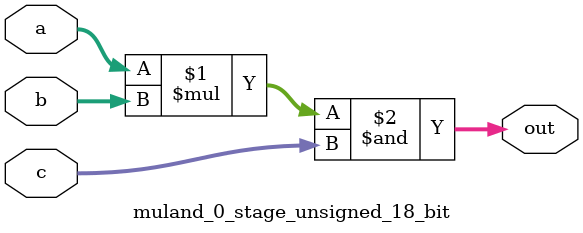
<source format=sv>
(* use_dsp = "yes" *) module muland_0_stage_unsigned_18_bit(
	input  [17:0] a,
	input  [17:0] b,
	input  [17:0] c,
	output [17:0] out
	);

	assign out = (a * b) & c;
endmodule

</source>
